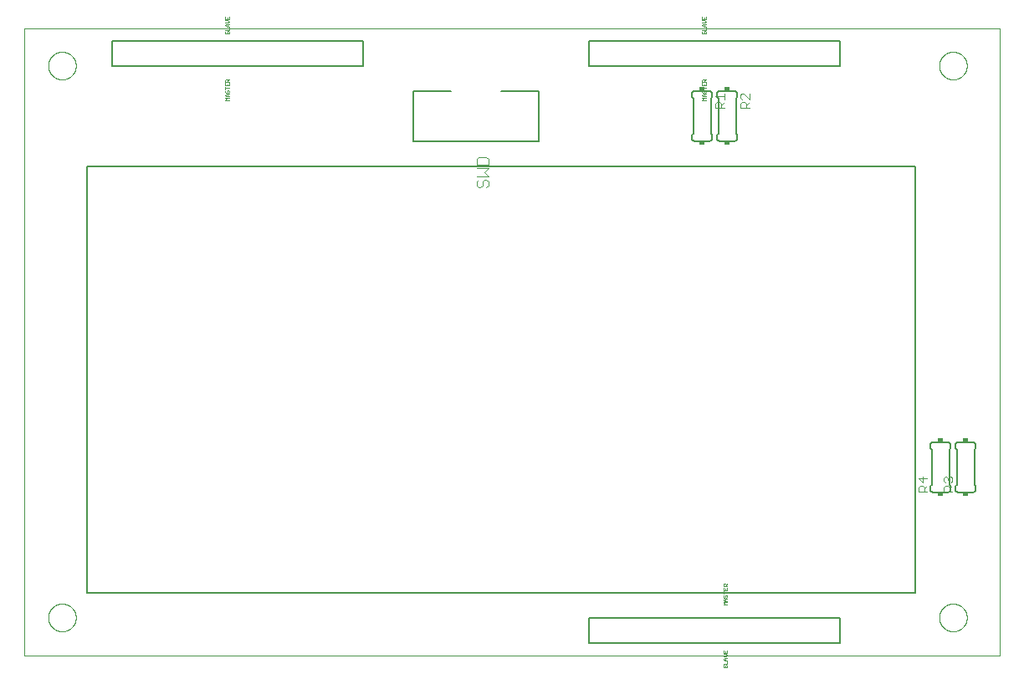
<source format=gto>
G75*
%MOIN*%
%OFA0B0*%
%FSLAX25Y25*%
%IPPOS*%
%LPD*%
%AMOC8*
5,1,8,0,0,1.08239X$1,22.5*
%
%ADD10C,0.00000*%
%ADD11C,0.00500*%
%ADD12C,0.00100*%
%ADD13C,0.00400*%
%ADD14C,0.00600*%
%ADD15R,0.02000X0.01500*%
D10*
X0001000Y0008000D02*
X0001000Y0257961D01*
X0389701Y0257961D01*
X0389701Y0008000D01*
X0001000Y0008000D01*
X0010488Y0023000D02*
X0010490Y0023148D01*
X0010496Y0023296D01*
X0010506Y0023444D01*
X0010520Y0023591D01*
X0010538Y0023738D01*
X0010559Y0023884D01*
X0010585Y0024030D01*
X0010615Y0024175D01*
X0010648Y0024319D01*
X0010686Y0024462D01*
X0010727Y0024604D01*
X0010772Y0024745D01*
X0010820Y0024885D01*
X0010873Y0025024D01*
X0010929Y0025161D01*
X0010989Y0025296D01*
X0011052Y0025430D01*
X0011119Y0025562D01*
X0011190Y0025692D01*
X0011264Y0025820D01*
X0011341Y0025946D01*
X0011422Y0026070D01*
X0011506Y0026192D01*
X0011593Y0026311D01*
X0011684Y0026428D01*
X0011778Y0026543D01*
X0011874Y0026655D01*
X0011974Y0026765D01*
X0012076Y0026871D01*
X0012182Y0026975D01*
X0012290Y0027076D01*
X0012401Y0027174D01*
X0012514Y0027270D01*
X0012630Y0027362D01*
X0012748Y0027451D01*
X0012869Y0027536D01*
X0012992Y0027619D01*
X0013117Y0027698D01*
X0013244Y0027774D01*
X0013373Y0027846D01*
X0013504Y0027915D01*
X0013637Y0027980D01*
X0013772Y0028041D01*
X0013908Y0028099D01*
X0014045Y0028154D01*
X0014184Y0028204D01*
X0014325Y0028251D01*
X0014466Y0028294D01*
X0014609Y0028334D01*
X0014753Y0028369D01*
X0014897Y0028401D01*
X0015043Y0028428D01*
X0015189Y0028452D01*
X0015336Y0028472D01*
X0015483Y0028488D01*
X0015630Y0028500D01*
X0015778Y0028508D01*
X0015926Y0028512D01*
X0016074Y0028512D01*
X0016222Y0028508D01*
X0016370Y0028500D01*
X0016517Y0028488D01*
X0016664Y0028472D01*
X0016811Y0028452D01*
X0016957Y0028428D01*
X0017103Y0028401D01*
X0017247Y0028369D01*
X0017391Y0028334D01*
X0017534Y0028294D01*
X0017675Y0028251D01*
X0017816Y0028204D01*
X0017955Y0028154D01*
X0018092Y0028099D01*
X0018228Y0028041D01*
X0018363Y0027980D01*
X0018496Y0027915D01*
X0018627Y0027846D01*
X0018756Y0027774D01*
X0018883Y0027698D01*
X0019008Y0027619D01*
X0019131Y0027536D01*
X0019252Y0027451D01*
X0019370Y0027362D01*
X0019486Y0027270D01*
X0019599Y0027174D01*
X0019710Y0027076D01*
X0019818Y0026975D01*
X0019924Y0026871D01*
X0020026Y0026765D01*
X0020126Y0026655D01*
X0020222Y0026543D01*
X0020316Y0026428D01*
X0020407Y0026311D01*
X0020494Y0026192D01*
X0020578Y0026070D01*
X0020659Y0025946D01*
X0020736Y0025820D01*
X0020810Y0025692D01*
X0020881Y0025562D01*
X0020948Y0025430D01*
X0021011Y0025296D01*
X0021071Y0025161D01*
X0021127Y0025024D01*
X0021180Y0024885D01*
X0021228Y0024745D01*
X0021273Y0024604D01*
X0021314Y0024462D01*
X0021352Y0024319D01*
X0021385Y0024175D01*
X0021415Y0024030D01*
X0021441Y0023884D01*
X0021462Y0023738D01*
X0021480Y0023591D01*
X0021494Y0023444D01*
X0021504Y0023296D01*
X0021510Y0023148D01*
X0021512Y0023000D01*
X0021510Y0022852D01*
X0021504Y0022704D01*
X0021494Y0022556D01*
X0021480Y0022409D01*
X0021462Y0022262D01*
X0021441Y0022116D01*
X0021415Y0021970D01*
X0021385Y0021825D01*
X0021352Y0021681D01*
X0021314Y0021538D01*
X0021273Y0021396D01*
X0021228Y0021255D01*
X0021180Y0021115D01*
X0021127Y0020976D01*
X0021071Y0020839D01*
X0021011Y0020704D01*
X0020948Y0020570D01*
X0020881Y0020438D01*
X0020810Y0020308D01*
X0020736Y0020180D01*
X0020659Y0020054D01*
X0020578Y0019930D01*
X0020494Y0019808D01*
X0020407Y0019689D01*
X0020316Y0019572D01*
X0020222Y0019457D01*
X0020126Y0019345D01*
X0020026Y0019235D01*
X0019924Y0019129D01*
X0019818Y0019025D01*
X0019710Y0018924D01*
X0019599Y0018826D01*
X0019486Y0018730D01*
X0019370Y0018638D01*
X0019252Y0018549D01*
X0019131Y0018464D01*
X0019008Y0018381D01*
X0018883Y0018302D01*
X0018756Y0018226D01*
X0018627Y0018154D01*
X0018496Y0018085D01*
X0018363Y0018020D01*
X0018228Y0017959D01*
X0018092Y0017901D01*
X0017955Y0017846D01*
X0017816Y0017796D01*
X0017675Y0017749D01*
X0017534Y0017706D01*
X0017391Y0017666D01*
X0017247Y0017631D01*
X0017103Y0017599D01*
X0016957Y0017572D01*
X0016811Y0017548D01*
X0016664Y0017528D01*
X0016517Y0017512D01*
X0016370Y0017500D01*
X0016222Y0017492D01*
X0016074Y0017488D01*
X0015926Y0017488D01*
X0015778Y0017492D01*
X0015630Y0017500D01*
X0015483Y0017512D01*
X0015336Y0017528D01*
X0015189Y0017548D01*
X0015043Y0017572D01*
X0014897Y0017599D01*
X0014753Y0017631D01*
X0014609Y0017666D01*
X0014466Y0017706D01*
X0014325Y0017749D01*
X0014184Y0017796D01*
X0014045Y0017846D01*
X0013908Y0017901D01*
X0013772Y0017959D01*
X0013637Y0018020D01*
X0013504Y0018085D01*
X0013373Y0018154D01*
X0013244Y0018226D01*
X0013117Y0018302D01*
X0012992Y0018381D01*
X0012869Y0018464D01*
X0012748Y0018549D01*
X0012630Y0018638D01*
X0012514Y0018730D01*
X0012401Y0018826D01*
X0012290Y0018924D01*
X0012182Y0019025D01*
X0012076Y0019129D01*
X0011974Y0019235D01*
X0011874Y0019345D01*
X0011778Y0019457D01*
X0011684Y0019572D01*
X0011593Y0019689D01*
X0011506Y0019808D01*
X0011422Y0019930D01*
X0011341Y0020054D01*
X0011264Y0020180D01*
X0011190Y0020308D01*
X0011119Y0020438D01*
X0011052Y0020570D01*
X0010989Y0020704D01*
X0010929Y0020839D01*
X0010873Y0020976D01*
X0010820Y0021115D01*
X0010772Y0021255D01*
X0010727Y0021396D01*
X0010686Y0021538D01*
X0010648Y0021681D01*
X0010615Y0021825D01*
X0010585Y0021970D01*
X0010559Y0022116D01*
X0010538Y0022262D01*
X0010520Y0022409D01*
X0010506Y0022556D01*
X0010496Y0022704D01*
X0010490Y0022852D01*
X0010488Y0023000D01*
X0010488Y0243000D02*
X0010490Y0243148D01*
X0010496Y0243296D01*
X0010506Y0243444D01*
X0010520Y0243591D01*
X0010538Y0243738D01*
X0010559Y0243884D01*
X0010585Y0244030D01*
X0010615Y0244175D01*
X0010648Y0244319D01*
X0010686Y0244462D01*
X0010727Y0244604D01*
X0010772Y0244745D01*
X0010820Y0244885D01*
X0010873Y0245024D01*
X0010929Y0245161D01*
X0010989Y0245296D01*
X0011052Y0245430D01*
X0011119Y0245562D01*
X0011190Y0245692D01*
X0011264Y0245820D01*
X0011341Y0245946D01*
X0011422Y0246070D01*
X0011506Y0246192D01*
X0011593Y0246311D01*
X0011684Y0246428D01*
X0011778Y0246543D01*
X0011874Y0246655D01*
X0011974Y0246765D01*
X0012076Y0246871D01*
X0012182Y0246975D01*
X0012290Y0247076D01*
X0012401Y0247174D01*
X0012514Y0247270D01*
X0012630Y0247362D01*
X0012748Y0247451D01*
X0012869Y0247536D01*
X0012992Y0247619D01*
X0013117Y0247698D01*
X0013244Y0247774D01*
X0013373Y0247846D01*
X0013504Y0247915D01*
X0013637Y0247980D01*
X0013772Y0248041D01*
X0013908Y0248099D01*
X0014045Y0248154D01*
X0014184Y0248204D01*
X0014325Y0248251D01*
X0014466Y0248294D01*
X0014609Y0248334D01*
X0014753Y0248369D01*
X0014897Y0248401D01*
X0015043Y0248428D01*
X0015189Y0248452D01*
X0015336Y0248472D01*
X0015483Y0248488D01*
X0015630Y0248500D01*
X0015778Y0248508D01*
X0015926Y0248512D01*
X0016074Y0248512D01*
X0016222Y0248508D01*
X0016370Y0248500D01*
X0016517Y0248488D01*
X0016664Y0248472D01*
X0016811Y0248452D01*
X0016957Y0248428D01*
X0017103Y0248401D01*
X0017247Y0248369D01*
X0017391Y0248334D01*
X0017534Y0248294D01*
X0017675Y0248251D01*
X0017816Y0248204D01*
X0017955Y0248154D01*
X0018092Y0248099D01*
X0018228Y0248041D01*
X0018363Y0247980D01*
X0018496Y0247915D01*
X0018627Y0247846D01*
X0018756Y0247774D01*
X0018883Y0247698D01*
X0019008Y0247619D01*
X0019131Y0247536D01*
X0019252Y0247451D01*
X0019370Y0247362D01*
X0019486Y0247270D01*
X0019599Y0247174D01*
X0019710Y0247076D01*
X0019818Y0246975D01*
X0019924Y0246871D01*
X0020026Y0246765D01*
X0020126Y0246655D01*
X0020222Y0246543D01*
X0020316Y0246428D01*
X0020407Y0246311D01*
X0020494Y0246192D01*
X0020578Y0246070D01*
X0020659Y0245946D01*
X0020736Y0245820D01*
X0020810Y0245692D01*
X0020881Y0245562D01*
X0020948Y0245430D01*
X0021011Y0245296D01*
X0021071Y0245161D01*
X0021127Y0245024D01*
X0021180Y0244885D01*
X0021228Y0244745D01*
X0021273Y0244604D01*
X0021314Y0244462D01*
X0021352Y0244319D01*
X0021385Y0244175D01*
X0021415Y0244030D01*
X0021441Y0243884D01*
X0021462Y0243738D01*
X0021480Y0243591D01*
X0021494Y0243444D01*
X0021504Y0243296D01*
X0021510Y0243148D01*
X0021512Y0243000D01*
X0021510Y0242852D01*
X0021504Y0242704D01*
X0021494Y0242556D01*
X0021480Y0242409D01*
X0021462Y0242262D01*
X0021441Y0242116D01*
X0021415Y0241970D01*
X0021385Y0241825D01*
X0021352Y0241681D01*
X0021314Y0241538D01*
X0021273Y0241396D01*
X0021228Y0241255D01*
X0021180Y0241115D01*
X0021127Y0240976D01*
X0021071Y0240839D01*
X0021011Y0240704D01*
X0020948Y0240570D01*
X0020881Y0240438D01*
X0020810Y0240308D01*
X0020736Y0240180D01*
X0020659Y0240054D01*
X0020578Y0239930D01*
X0020494Y0239808D01*
X0020407Y0239689D01*
X0020316Y0239572D01*
X0020222Y0239457D01*
X0020126Y0239345D01*
X0020026Y0239235D01*
X0019924Y0239129D01*
X0019818Y0239025D01*
X0019710Y0238924D01*
X0019599Y0238826D01*
X0019486Y0238730D01*
X0019370Y0238638D01*
X0019252Y0238549D01*
X0019131Y0238464D01*
X0019008Y0238381D01*
X0018883Y0238302D01*
X0018756Y0238226D01*
X0018627Y0238154D01*
X0018496Y0238085D01*
X0018363Y0238020D01*
X0018228Y0237959D01*
X0018092Y0237901D01*
X0017955Y0237846D01*
X0017816Y0237796D01*
X0017675Y0237749D01*
X0017534Y0237706D01*
X0017391Y0237666D01*
X0017247Y0237631D01*
X0017103Y0237599D01*
X0016957Y0237572D01*
X0016811Y0237548D01*
X0016664Y0237528D01*
X0016517Y0237512D01*
X0016370Y0237500D01*
X0016222Y0237492D01*
X0016074Y0237488D01*
X0015926Y0237488D01*
X0015778Y0237492D01*
X0015630Y0237500D01*
X0015483Y0237512D01*
X0015336Y0237528D01*
X0015189Y0237548D01*
X0015043Y0237572D01*
X0014897Y0237599D01*
X0014753Y0237631D01*
X0014609Y0237666D01*
X0014466Y0237706D01*
X0014325Y0237749D01*
X0014184Y0237796D01*
X0014045Y0237846D01*
X0013908Y0237901D01*
X0013772Y0237959D01*
X0013637Y0238020D01*
X0013504Y0238085D01*
X0013373Y0238154D01*
X0013244Y0238226D01*
X0013117Y0238302D01*
X0012992Y0238381D01*
X0012869Y0238464D01*
X0012748Y0238549D01*
X0012630Y0238638D01*
X0012514Y0238730D01*
X0012401Y0238826D01*
X0012290Y0238924D01*
X0012182Y0239025D01*
X0012076Y0239129D01*
X0011974Y0239235D01*
X0011874Y0239345D01*
X0011778Y0239457D01*
X0011684Y0239572D01*
X0011593Y0239689D01*
X0011506Y0239808D01*
X0011422Y0239930D01*
X0011341Y0240054D01*
X0011264Y0240180D01*
X0011190Y0240308D01*
X0011119Y0240438D01*
X0011052Y0240570D01*
X0010989Y0240704D01*
X0010929Y0240839D01*
X0010873Y0240976D01*
X0010820Y0241115D01*
X0010772Y0241255D01*
X0010727Y0241396D01*
X0010686Y0241538D01*
X0010648Y0241681D01*
X0010615Y0241825D01*
X0010585Y0241970D01*
X0010559Y0242116D01*
X0010538Y0242262D01*
X0010520Y0242409D01*
X0010506Y0242556D01*
X0010496Y0242704D01*
X0010490Y0242852D01*
X0010488Y0243000D01*
X0365488Y0243000D02*
X0365490Y0243148D01*
X0365496Y0243296D01*
X0365506Y0243444D01*
X0365520Y0243591D01*
X0365538Y0243738D01*
X0365559Y0243884D01*
X0365585Y0244030D01*
X0365615Y0244175D01*
X0365648Y0244319D01*
X0365686Y0244462D01*
X0365727Y0244604D01*
X0365772Y0244745D01*
X0365820Y0244885D01*
X0365873Y0245024D01*
X0365929Y0245161D01*
X0365989Y0245296D01*
X0366052Y0245430D01*
X0366119Y0245562D01*
X0366190Y0245692D01*
X0366264Y0245820D01*
X0366341Y0245946D01*
X0366422Y0246070D01*
X0366506Y0246192D01*
X0366593Y0246311D01*
X0366684Y0246428D01*
X0366778Y0246543D01*
X0366874Y0246655D01*
X0366974Y0246765D01*
X0367076Y0246871D01*
X0367182Y0246975D01*
X0367290Y0247076D01*
X0367401Y0247174D01*
X0367514Y0247270D01*
X0367630Y0247362D01*
X0367748Y0247451D01*
X0367869Y0247536D01*
X0367992Y0247619D01*
X0368117Y0247698D01*
X0368244Y0247774D01*
X0368373Y0247846D01*
X0368504Y0247915D01*
X0368637Y0247980D01*
X0368772Y0248041D01*
X0368908Y0248099D01*
X0369045Y0248154D01*
X0369184Y0248204D01*
X0369325Y0248251D01*
X0369466Y0248294D01*
X0369609Y0248334D01*
X0369753Y0248369D01*
X0369897Y0248401D01*
X0370043Y0248428D01*
X0370189Y0248452D01*
X0370336Y0248472D01*
X0370483Y0248488D01*
X0370630Y0248500D01*
X0370778Y0248508D01*
X0370926Y0248512D01*
X0371074Y0248512D01*
X0371222Y0248508D01*
X0371370Y0248500D01*
X0371517Y0248488D01*
X0371664Y0248472D01*
X0371811Y0248452D01*
X0371957Y0248428D01*
X0372103Y0248401D01*
X0372247Y0248369D01*
X0372391Y0248334D01*
X0372534Y0248294D01*
X0372675Y0248251D01*
X0372816Y0248204D01*
X0372955Y0248154D01*
X0373092Y0248099D01*
X0373228Y0248041D01*
X0373363Y0247980D01*
X0373496Y0247915D01*
X0373627Y0247846D01*
X0373756Y0247774D01*
X0373883Y0247698D01*
X0374008Y0247619D01*
X0374131Y0247536D01*
X0374252Y0247451D01*
X0374370Y0247362D01*
X0374486Y0247270D01*
X0374599Y0247174D01*
X0374710Y0247076D01*
X0374818Y0246975D01*
X0374924Y0246871D01*
X0375026Y0246765D01*
X0375126Y0246655D01*
X0375222Y0246543D01*
X0375316Y0246428D01*
X0375407Y0246311D01*
X0375494Y0246192D01*
X0375578Y0246070D01*
X0375659Y0245946D01*
X0375736Y0245820D01*
X0375810Y0245692D01*
X0375881Y0245562D01*
X0375948Y0245430D01*
X0376011Y0245296D01*
X0376071Y0245161D01*
X0376127Y0245024D01*
X0376180Y0244885D01*
X0376228Y0244745D01*
X0376273Y0244604D01*
X0376314Y0244462D01*
X0376352Y0244319D01*
X0376385Y0244175D01*
X0376415Y0244030D01*
X0376441Y0243884D01*
X0376462Y0243738D01*
X0376480Y0243591D01*
X0376494Y0243444D01*
X0376504Y0243296D01*
X0376510Y0243148D01*
X0376512Y0243000D01*
X0376510Y0242852D01*
X0376504Y0242704D01*
X0376494Y0242556D01*
X0376480Y0242409D01*
X0376462Y0242262D01*
X0376441Y0242116D01*
X0376415Y0241970D01*
X0376385Y0241825D01*
X0376352Y0241681D01*
X0376314Y0241538D01*
X0376273Y0241396D01*
X0376228Y0241255D01*
X0376180Y0241115D01*
X0376127Y0240976D01*
X0376071Y0240839D01*
X0376011Y0240704D01*
X0375948Y0240570D01*
X0375881Y0240438D01*
X0375810Y0240308D01*
X0375736Y0240180D01*
X0375659Y0240054D01*
X0375578Y0239930D01*
X0375494Y0239808D01*
X0375407Y0239689D01*
X0375316Y0239572D01*
X0375222Y0239457D01*
X0375126Y0239345D01*
X0375026Y0239235D01*
X0374924Y0239129D01*
X0374818Y0239025D01*
X0374710Y0238924D01*
X0374599Y0238826D01*
X0374486Y0238730D01*
X0374370Y0238638D01*
X0374252Y0238549D01*
X0374131Y0238464D01*
X0374008Y0238381D01*
X0373883Y0238302D01*
X0373756Y0238226D01*
X0373627Y0238154D01*
X0373496Y0238085D01*
X0373363Y0238020D01*
X0373228Y0237959D01*
X0373092Y0237901D01*
X0372955Y0237846D01*
X0372816Y0237796D01*
X0372675Y0237749D01*
X0372534Y0237706D01*
X0372391Y0237666D01*
X0372247Y0237631D01*
X0372103Y0237599D01*
X0371957Y0237572D01*
X0371811Y0237548D01*
X0371664Y0237528D01*
X0371517Y0237512D01*
X0371370Y0237500D01*
X0371222Y0237492D01*
X0371074Y0237488D01*
X0370926Y0237488D01*
X0370778Y0237492D01*
X0370630Y0237500D01*
X0370483Y0237512D01*
X0370336Y0237528D01*
X0370189Y0237548D01*
X0370043Y0237572D01*
X0369897Y0237599D01*
X0369753Y0237631D01*
X0369609Y0237666D01*
X0369466Y0237706D01*
X0369325Y0237749D01*
X0369184Y0237796D01*
X0369045Y0237846D01*
X0368908Y0237901D01*
X0368772Y0237959D01*
X0368637Y0238020D01*
X0368504Y0238085D01*
X0368373Y0238154D01*
X0368244Y0238226D01*
X0368117Y0238302D01*
X0367992Y0238381D01*
X0367869Y0238464D01*
X0367748Y0238549D01*
X0367630Y0238638D01*
X0367514Y0238730D01*
X0367401Y0238826D01*
X0367290Y0238924D01*
X0367182Y0239025D01*
X0367076Y0239129D01*
X0366974Y0239235D01*
X0366874Y0239345D01*
X0366778Y0239457D01*
X0366684Y0239572D01*
X0366593Y0239689D01*
X0366506Y0239808D01*
X0366422Y0239930D01*
X0366341Y0240054D01*
X0366264Y0240180D01*
X0366190Y0240308D01*
X0366119Y0240438D01*
X0366052Y0240570D01*
X0365989Y0240704D01*
X0365929Y0240839D01*
X0365873Y0240976D01*
X0365820Y0241115D01*
X0365772Y0241255D01*
X0365727Y0241396D01*
X0365686Y0241538D01*
X0365648Y0241681D01*
X0365615Y0241825D01*
X0365585Y0241970D01*
X0365559Y0242116D01*
X0365538Y0242262D01*
X0365520Y0242409D01*
X0365506Y0242556D01*
X0365496Y0242704D01*
X0365490Y0242852D01*
X0365488Y0243000D01*
X0365488Y0023000D02*
X0365490Y0023148D01*
X0365496Y0023296D01*
X0365506Y0023444D01*
X0365520Y0023591D01*
X0365538Y0023738D01*
X0365559Y0023884D01*
X0365585Y0024030D01*
X0365615Y0024175D01*
X0365648Y0024319D01*
X0365686Y0024462D01*
X0365727Y0024604D01*
X0365772Y0024745D01*
X0365820Y0024885D01*
X0365873Y0025024D01*
X0365929Y0025161D01*
X0365989Y0025296D01*
X0366052Y0025430D01*
X0366119Y0025562D01*
X0366190Y0025692D01*
X0366264Y0025820D01*
X0366341Y0025946D01*
X0366422Y0026070D01*
X0366506Y0026192D01*
X0366593Y0026311D01*
X0366684Y0026428D01*
X0366778Y0026543D01*
X0366874Y0026655D01*
X0366974Y0026765D01*
X0367076Y0026871D01*
X0367182Y0026975D01*
X0367290Y0027076D01*
X0367401Y0027174D01*
X0367514Y0027270D01*
X0367630Y0027362D01*
X0367748Y0027451D01*
X0367869Y0027536D01*
X0367992Y0027619D01*
X0368117Y0027698D01*
X0368244Y0027774D01*
X0368373Y0027846D01*
X0368504Y0027915D01*
X0368637Y0027980D01*
X0368772Y0028041D01*
X0368908Y0028099D01*
X0369045Y0028154D01*
X0369184Y0028204D01*
X0369325Y0028251D01*
X0369466Y0028294D01*
X0369609Y0028334D01*
X0369753Y0028369D01*
X0369897Y0028401D01*
X0370043Y0028428D01*
X0370189Y0028452D01*
X0370336Y0028472D01*
X0370483Y0028488D01*
X0370630Y0028500D01*
X0370778Y0028508D01*
X0370926Y0028512D01*
X0371074Y0028512D01*
X0371222Y0028508D01*
X0371370Y0028500D01*
X0371517Y0028488D01*
X0371664Y0028472D01*
X0371811Y0028452D01*
X0371957Y0028428D01*
X0372103Y0028401D01*
X0372247Y0028369D01*
X0372391Y0028334D01*
X0372534Y0028294D01*
X0372675Y0028251D01*
X0372816Y0028204D01*
X0372955Y0028154D01*
X0373092Y0028099D01*
X0373228Y0028041D01*
X0373363Y0027980D01*
X0373496Y0027915D01*
X0373627Y0027846D01*
X0373756Y0027774D01*
X0373883Y0027698D01*
X0374008Y0027619D01*
X0374131Y0027536D01*
X0374252Y0027451D01*
X0374370Y0027362D01*
X0374486Y0027270D01*
X0374599Y0027174D01*
X0374710Y0027076D01*
X0374818Y0026975D01*
X0374924Y0026871D01*
X0375026Y0026765D01*
X0375126Y0026655D01*
X0375222Y0026543D01*
X0375316Y0026428D01*
X0375407Y0026311D01*
X0375494Y0026192D01*
X0375578Y0026070D01*
X0375659Y0025946D01*
X0375736Y0025820D01*
X0375810Y0025692D01*
X0375881Y0025562D01*
X0375948Y0025430D01*
X0376011Y0025296D01*
X0376071Y0025161D01*
X0376127Y0025024D01*
X0376180Y0024885D01*
X0376228Y0024745D01*
X0376273Y0024604D01*
X0376314Y0024462D01*
X0376352Y0024319D01*
X0376385Y0024175D01*
X0376415Y0024030D01*
X0376441Y0023884D01*
X0376462Y0023738D01*
X0376480Y0023591D01*
X0376494Y0023444D01*
X0376504Y0023296D01*
X0376510Y0023148D01*
X0376512Y0023000D01*
X0376510Y0022852D01*
X0376504Y0022704D01*
X0376494Y0022556D01*
X0376480Y0022409D01*
X0376462Y0022262D01*
X0376441Y0022116D01*
X0376415Y0021970D01*
X0376385Y0021825D01*
X0376352Y0021681D01*
X0376314Y0021538D01*
X0376273Y0021396D01*
X0376228Y0021255D01*
X0376180Y0021115D01*
X0376127Y0020976D01*
X0376071Y0020839D01*
X0376011Y0020704D01*
X0375948Y0020570D01*
X0375881Y0020438D01*
X0375810Y0020308D01*
X0375736Y0020180D01*
X0375659Y0020054D01*
X0375578Y0019930D01*
X0375494Y0019808D01*
X0375407Y0019689D01*
X0375316Y0019572D01*
X0375222Y0019457D01*
X0375126Y0019345D01*
X0375026Y0019235D01*
X0374924Y0019129D01*
X0374818Y0019025D01*
X0374710Y0018924D01*
X0374599Y0018826D01*
X0374486Y0018730D01*
X0374370Y0018638D01*
X0374252Y0018549D01*
X0374131Y0018464D01*
X0374008Y0018381D01*
X0373883Y0018302D01*
X0373756Y0018226D01*
X0373627Y0018154D01*
X0373496Y0018085D01*
X0373363Y0018020D01*
X0373228Y0017959D01*
X0373092Y0017901D01*
X0372955Y0017846D01*
X0372816Y0017796D01*
X0372675Y0017749D01*
X0372534Y0017706D01*
X0372391Y0017666D01*
X0372247Y0017631D01*
X0372103Y0017599D01*
X0371957Y0017572D01*
X0371811Y0017548D01*
X0371664Y0017528D01*
X0371517Y0017512D01*
X0371370Y0017500D01*
X0371222Y0017492D01*
X0371074Y0017488D01*
X0370926Y0017488D01*
X0370778Y0017492D01*
X0370630Y0017500D01*
X0370483Y0017512D01*
X0370336Y0017528D01*
X0370189Y0017548D01*
X0370043Y0017572D01*
X0369897Y0017599D01*
X0369753Y0017631D01*
X0369609Y0017666D01*
X0369466Y0017706D01*
X0369325Y0017749D01*
X0369184Y0017796D01*
X0369045Y0017846D01*
X0368908Y0017901D01*
X0368772Y0017959D01*
X0368637Y0018020D01*
X0368504Y0018085D01*
X0368373Y0018154D01*
X0368244Y0018226D01*
X0368117Y0018302D01*
X0367992Y0018381D01*
X0367869Y0018464D01*
X0367748Y0018549D01*
X0367630Y0018638D01*
X0367514Y0018730D01*
X0367401Y0018826D01*
X0367290Y0018924D01*
X0367182Y0019025D01*
X0367076Y0019129D01*
X0366974Y0019235D01*
X0366874Y0019345D01*
X0366778Y0019457D01*
X0366684Y0019572D01*
X0366593Y0019689D01*
X0366506Y0019808D01*
X0366422Y0019930D01*
X0366341Y0020054D01*
X0366264Y0020180D01*
X0366190Y0020308D01*
X0366119Y0020438D01*
X0366052Y0020570D01*
X0365989Y0020704D01*
X0365929Y0020839D01*
X0365873Y0020976D01*
X0365820Y0021115D01*
X0365772Y0021255D01*
X0365727Y0021396D01*
X0365686Y0021538D01*
X0365648Y0021681D01*
X0365615Y0021825D01*
X0365585Y0021970D01*
X0365559Y0022116D01*
X0365538Y0022262D01*
X0365520Y0022409D01*
X0365506Y0022556D01*
X0365496Y0022704D01*
X0365490Y0022852D01*
X0365488Y0023000D01*
D11*
X0356000Y0033000D02*
X0026000Y0033000D01*
X0026000Y0203000D01*
X0356000Y0203000D01*
X0356000Y0033000D01*
X0326000Y0023000D02*
X0326000Y0013000D01*
X0226000Y0013000D01*
X0226000Y0023000D01*
X0326000Y0023000D01*
X0206000Y0213000D02*
X0156000Y0213000D01*
X0156000Y0233000D01*
X0171000Y0233000D01*
X0191000Y0233000D02*
X0206000Y0233000D01*
X0206000Y0213000D01*
X0226000Y0243000D02*
X0326000Y0243000D01*
X0326000Y0253000D01*
X0226000Y0253000D01*
X0226000Y0243000D01*
X0136000Y0243000D02*
X0136000Y0253000D01*
X0036000Y0253000D01*
X0036000Y0243000D01*
X0136000Y0243000D01*
D12*
X0082550Y0237578D02*
X0082050Y0237077D01*
X0082050Y0237327D02*
X0082050Y0236577D01*
X0082550Y0236577D02*
X0081049Y0236577D01*
X0081049Y0237327D01*
X0081299Y0237578D01*
X0081799Y0237578D01*
X0082050Y0237327D01*
X0082550Y0236104D02*
X0082550Y0235103D01*
X0081049Y0235103D01*
X0081049Y0236104D01*
X0081799Y0235604D02*
X0081799Y0235103D01*
X0081049Y0234631D02*
X0081049Y0233630D01*
X0081049Y0234131D02*
X0082550Y0234131D01*
X0082300Y0233158D02*
X0082550Y0232908D01*
X0082550Y0232407D01*
X0082300Y0232157D01*
X0082550Y0231685D02*
X0081549Y0231685D01*
X0081049Y0231184D01*
X0081549Y0230684D01*
X0082550Y0230684D01*
X0082550Y0230211D02*
X0081049Y0230211D01*
X0081549Y0229711D01*
X0081049Y0229210D01*
X0082550Y0229210D01*
X0081799Y0230684D02*
X0081799Y0231685D01*
X0081549Y0232157D02*
X0081799Y0232407D01*
X0081799Y0232908D01*
X0082050Y0233158D01*
X0082300Y0233158D01*
X0081299Y0233158D02*
X0081049Y0232908D01*
X0081049Y0232407D01*
X0081299Y0232157D01*
X0081549Y0232157D01*
X0081549Y0255684D02*
X0081799Y0255934D01*
X0081799Y0256434D01*
X0082050Y0256685D01*
X0082300Y0256685D01*
X0082550Y0256434D01*
X0082550Y0255934D01*
X0082300Y0255684D01*
X0081549Y0255684D02*
X0081299Y0255684D01*
X0081049Y0255934D01*
X0081049Y0256434D01*
X0081299Y0256685D01*
X0081049Y0257157D02*
X0082550Y0257157D01*
X0082550Y0258158D01*
X0082550Y0258630D02*
X0081549Y0258630D01*
X0081049Y0259131D01*
X0081549Y0259631D01*
X0082550Y0259631D01*
X0082050Y0260103D02*
X0082550Y0260604D01*
X0082050Y0261104D01*
X0081049Y0261104D01*
X0081049Y0261577D02*
X0082550Y0261577D01*
X0082550Y0262578D01*
X0081799Y0262077D02*
X0081799Y0261577D01*
X0081049Y0261577D02*
X0081049Y0262578D01*
X0081049Y0260103D02*
X0082050Y0260103D01*
X0081799Y0259631D02*
X0081799Y0258630D01*
X0271049Y0259131D02*
X0271549Y0259631D01*
X0272550Y0259631D01*
X0272050Y0260103D02*
X0272550Y0260604D01*
X0272050Y0261104D01*
X0271049Y0261104D01*
X0271049Y0261577D02*
X0272550Y0261577D01*
X0272550Y0262578D01*
X0271799Y0262077D02*
X0271799Y0261577D01*
X0271049Y0261577D02*
X0271049Y0262578D01*
X0271049Y0260103D02*
X0272050Y0260103D01*
X0271799Y0259631D02*
X0271799Y0258630D01*
X0271549Y0258630D02*
X0271049Y0259131D01*
X0271549Y0258630D02*
X0272550Y0258630D01*
X0272550Y0258158D02*
X0272550Y0257157D01*
X0271049Y0257157D01*
X0271299Y0256685D02*
X0271049Y0256434D01*
X0271049Y0255934D01*
X0271299Y0255684D01*
X0271549Y0255684D01*
X0271799Y0255934D01*
X0271799Y0256434D01*
X0272050Y0256685D01*
X0272300Y0256685D01*
X0272550Y0256434D01*
X0272550Y0255934D01*
X0272300Y0255684D01*
X0272550Y0237578D02*
X0272050Y0237077D01*
X0272050Y0237327D02*
X0272050Y0236577D01*
X0272550Y0236577D02*
X0271049Y0236577D01*
X0271049Y0237327D01*
X0271299Y0237578D01*
X0271799Y0237578D01*
X0272050Y0237327D01*
X0272550Y0236104D02*
X0272550Y0235103D01*
X0271049Y0235103D01*
X0271049Y0236104D01*
X0271799Y0235604D02*
X0271799Y0235103D01*
X0271049Y0234631D02*
X0271049Y0233630D01*
X0271049Y0234131D02*
X0272550Y0234131D01*
X0272300Y0233158D02*
X0272550Y0232908D01*
X0272550Y0232407D01*
X0272300Y0232157D01*
X0272550Y0231685D02*
X0271549Y0231685D01*
X0271049Y0231184D01*
X0271549Y0230684D01*
X0272550Y0230684D01*
X0272550Y0230211D02*
X0271049Y0230211D01*
X0271549Y0229711D01*
X0271049Y0229210D01*
X0272550Y0229210D01*
X0271799Y0230684D02*
X0271799Y0231685D01*
X0271549Y0232157D02*
X0271799Y0232407D01*
X0271799Y0232908D01*
X0272050Y0233158D01*
X0272300Y0233158D01*
X0271299Y0233158D02*
X0271049Y0232908D01*
X0271049Y0232407D01*
X0271299Y0232157D01*
X0271549Y0232157D01*
X0279699Y0036417D02*
X0280199Y0036417D01*
X0280450Y0036167D01*
X0280450Y0035416D01*
X0280950Y0035416D02*
X0279449Y0035416D01*
X0279449Y0036167D01*
X0279699Y0036417D01*
X0280450Y0035917D02*
X0280950Y0036417D01*
X0280950Y0034944D02*
X0280950Y0033943D01*
X0279449Y0033943D01*
X0279449Y0034944D01*
X0280199Y0034443D02*
X0280199Y0033943D01*
X0279449Y0033471D02*
X0279449Y0032470D01*
X0279449Y0032970D02*
X0280950Y0032970D01*
X0280700Y0031997D02*
X0280950Y0031747D01*
X0280950Y0031247D01*
X0280700Y0030997D01*
X0280950Y0030524D02*
X0279949Y0030524D01*
X0279449Y0030024D01*
X0279949Y0029523D01*
X0280950Y0029523D01*
X0280950Y0029051D02*
X0279449Y0029051D01*
X0279949Y0028550D01*
X0279449Y0028050D01*
X0280950Y0028050D01*
X0280199Y0029523D02*
X0280199Y0030524D01*
X0279949Y0030997D02*
X0280199Y0031247D01*
X0280199Y0031747D01*
X0280450Y0031997D01*
X0280700Y0031997D01*
X0279699Y0031997D02*
X0279449Y0031747D01*
X0279449Y0031247D01*
X0279699Y0030997D01*
X0279949Y0030997D01*
X0279449Y0009944D02*
X0279449Y0008943D01*
X0280950Y0008943D01*
X0280950Y0009944D01*
X0280199Y0009443D02*
X0280199Y0008943D01*
X0280450Y0008471D02*
X0279449Y0008471D01*
X0280450Y0008471D02*
X0280950Y0007970D01*
X0280450Y0007470D01*
X0279449Y0007470D01*
X0279949Y0006997D02*
X0280950Y0006997D01*
X0280199Y0006997D02*
X0280199Y0005997D01*
X0279949Y0005997D02*
X0279449Y0006497D01*
X0279949Y0006997D01*
X0279949Y0005997D02*
X0280950Y0005997D01*
X0280950Y0005524D02*
X0280950Y0004523D01*
X0279449Y0004523D01*
X0279699Y0004051D02*
X0279449Y0003801D01*
X0279449Y0003300D01*
X0279699Y0003050D01*
X0279949Y0003050D01*
X0280199Y0003300D01*
X0280199Y0003801D01*
X0280450Y0004051D01*
X0280700Y0004051D01*
X0280950Y0003801D01*
X0280950Y0003300D01*
X0280700Y0003050D01*
D13*
X0357197Y0073200D02*
X0357197Y0074951D01*
X0357781Y0075535D01*
X0358949Y0075535D01*
X0359532Y0074951D01*
X0359532Y0073200D01*
X0359532Y0074368D02*
X0360700Y0075535D01*
X0358949Y0076791D02*
X0358949Y0079126D01*
X0360700Y0078543D02*
X0357197Y0078543D01*
X0358949Y0076791D01*
X0360700Y0073200D02*
X0357197Y0073200D01*
X0367197Y0073200D02*
X0367197Y0074951D01*
X0367781Y0075535D01*
X0368949Y0075535D01*
X0369532Y0074951D01*
X0369532Y0073200D01*
X0369532Y0074368D02*
X0370700Y0075535D01*
X0370116Y0076791D02*
X0370700Y0077375D01*
X0370700Y0078543D01*
X0370116Y0079126D01*
X0369532Y0079126D01*
X0368949Y0078543D01*
X0368949Y0077959D01*
X0368949Y0078543D02*
X0368365Y0079126D01*
X0367781Y0079126D01*
X0367197Y0078543D01*
X0367197Y0077375D01*
X0367781Y0076791D01*
X0367197Y0073200D02*
X0370700Y0073200D01*
X0185800Y0195156D02*
X0185033Y0194388D01*
X0185800Y0195156D02*
X0185800Y0196690D01*
X0185033Y0197457D01*
X0184265Y0197457D01*
X0183498Y0196690D01*
X0183498Y0195156D01*
X0182731Y0194388D01*
X0181963Y0194388D01*
X0181196Y0195156D01*
X0181196Y0196690D01*
X0181963Y0197457D01*
X0181196Y0198992D02*
X0185800Y0198992D01*
X0184265Y0200527D01*
X0185800Y0202061D01*
X0181196Y0202061D01*
X0181196Y0203596D02*
X0181196Y0205898D01*
X0181963Y0206665D01*
X0185033Y0206665D01*
X0185800Y0205898D01*
X0185800Y0203596D01*
X0181196Y0203596D01*
X0276297Y0226018D02*
X0276297Y0227769D01*
X0276881Y0228353D01*
X0278049Y0228353D01*
X0278632Y0227769D01*
X0278632Y0226018D01*
X0278632Y0227186D02*
X0279800Y0228353D01*
X0279800Y0229609D02*
X0279800Y0231944D01*
X0279800Y0230777D02*
X0276297Y0230777D01*
X0277465Y0229609D01*
X0276297Y0226018D02*
X0279800Y0226018D01*
X0286297Y0226018D02*
X0286297Y0227769D01*
X0286881Y0228353D01*
X0288049Y0228353D01*
X0288632Y0227769D01*
X0288632Y0226018D01*
X0288632Y0227186D02*
X0289800Y0228353D01*
X0289800Y0229609D02*
X0287465Y0231944D01*
X0286881Y0231944D01*
X0286297Y0231360D01*
X0286297Y0230193D01*
X0286881Y0229609D01*
X0289800Y0229609D02*
X0289800Y0231944D01*
X0289800Y0226018D02*
X0286297Y0226018D01*
D14*
X0284500Y0230000D02*
X0284500Y0216000D01*
X0285000Y0215500D01*
X0285000Y0214000D01*
X0284998Y0213940D01*
X0284993Y0213879D01*
X0284984Y0213820D01*
X0284971Y0213761D01*
X0284955Y0213702D01*
X0284935Y0213645D01*
X0284912Y0213590D01*
X0284885Y0213535D01*
X0284856Y0213483D01*
X0284823Y0213432D01*
X0284787Y0213383D01*
X0284749Y0213337D01*
X0284707Y0213293D01*
X0284663Y0213251D01*
X0284617Y0213213D01*
X0284568Y0213177D01*
X0284517Y0213144D01*
X0284465Y0213115D01*
X0284410Y0213088D01*
X0284355Y0213065D01*
X0284298Y0213045D01*
X0284239Y0213029D01*
X0284180Y0213016D01*
X0284121Y0213007D01*
X0284060Y0213002D01*
X0284000Y0213000D01*
X0278000Y0213000D01*
X0277940Y0213002D01*
X0277879Y0213007D01*
X0277820Y0213016D01*
X0277761Y0213029D01*
X0277702Y0213045D01*
X0277645Y0213065D01*
X0277590Y0213088D01*
X0277535Y0213115D01*
X0277483Y0213144D01*
X0277432Y0213177D01*
X0277383Y0213213D01*
X0277337Y0213251D01*
X0277293Y0213293D01*
X0277251Y0213337D01*
X0277213Y0213383D01*
X0277177Y0213432D01*
X0277144Y0213483D01*
X0277115Y0213535D01*
X0277088Y0213590D01*
X0277065Y0213645D01*
X0277045Y0213702D01*
X0277029Y0213761D01*
X0277016Y0213820D01*
X0277007Y0213879D01*
X0277002Y0213940D01*
X0277000Y0214000D01*
X0277000Y0215500D01*
X0277500Y0216000D01*
X0277500Y0230000D01*
X0277000Y0230500D01*
X0277000Y0232000D01*
X0277002Y0232060D01*
X0277007Y0232121D01*
X0277016Y0232180D01*
X0277029Y0232239D01*
X0277045Y0232298D01*
X0277065Y0232355D01*
X0277088Y0232410D01*
X0277115Y0232465D01*
X0277144Y0232517D01*
X0277177Y0232568D01*
X0277213Y0232617D01*
X0277251Y0232663D01*
X0277293Y0232707D01*
X0277337Y0232749D01*
X0277383Y0232787D01*
X0277432Y0232823D01*
X0277483Y0232856D01*
X0277535Y0232885D01*
X0277590Y0232912D01*
X0277645Y0232935D01*
X0277702Y0232955D01*
X0277761Y0232971D01*
X0277820Y0232984D01*
X0277879Y0232993D01*
X0277940Y0232998D01*
X0278000Y0233000D01*
X0284000Y0233000D01*
X0284060Y0232998D01*
X0284121Y0232993D01*
X0284180Y0232984D01*
X0284239Y0232971D01*
X0284298Y0232955D01*
X0284355Y0232935D01*
X0284410Y0232912D01*
X0284465Y0232885D01*
X0284517Y0232856D01*
X0284568Y0232823D01*
X0284617Y0232787D01*
X0284663Y0232749D01*
X0284707Y0232707D01*
X0284749Y0232663D01*
X0284787Y0232617D01*
X0284823Y0232568D01*
X0284856Y0232517D01*
X0284885Y0232465D01*
X0284912Y0232410D01*
X0284935Y0232355D01*
X0284955Y0232298D01*
X0284971Y0232239D01*
X0284984Y0232180D01*
X0284993Y0232121D01*
X0284998Y0232060D01*
X0285000Y0232000D01*
X0285000Y0230500D01*
X0284500Y0230000D01*
X0275000Y0230500D02*
X0274500Y0230000D01*
X0274500Y0216000D01*
X0275000Y0215500D01*
X0275000Y0214000D01*
X0274998Y0213940D01*
X0274993Y0213879D01*
X0274984Y0213820D01*
X0274971Y0213761D01*
X0274955Y0213702D01*
X0274935Y0213645D01*
X0274912Y0213590D01*
X0274885Y0213535D01*
X0274856Y0213483D01*
X0274823Y0213432D01*
X0274787Y0213383D01*
X0274749Y0213337D01*
X0274707Y0213293D01*
X0274663Y0213251D01*
X0274617Y0213213D01*
X0274568Y0213177D01*
X0274517Y0213144D01*
X0274465Y0213115D01*
X0274410Y0213088D01*
X0274355Y0213065D01*
X0274298Y0213045D01*
X0274239Y0213029D01*
X0274180Y0213016D01*
X0274121Y0213007D01*
X0274060Y0213002D01*
X0274000Y0213000D01*
X0268000Y0213000D01*
X0267940Y0213002D01*
X0267879Y0213007D01*
X0267820Y0213016D01*
X0267761Y0213029D01*
X0267702Y0213045D01*
X0267645Y0213065D01*
X0267590Y0213088D01*
X0267535Y0213115D01*
X0267483Y0213144D01*
X0267432Y0213177D01*
X0267383Y0213213D01*
X0267337Y0213251D01*
X0267293Y0213293D01*
X0267251Y0213337D01*
X0267213Y0213383D01*
X0267177Y0213432D01*
X0267144Y0213483D01*
X0267115Y0213535D01*
X0267088Y0213590D01*
X0267065Y0213645D01*
X0267045Y0213702D01*
X0267029Y0213761D01*
X0267016Y0213820D01*
X0267007Y0213879D01*
X0267002Y0213940D01*
X0267000Y0214000D01*
X0267000Y0215500D01*
X0267500Y0216000D01*
X0267500Y0230000D01*
X0267000Y0230500D01*
X0267000Y0232000D01*
X0267002Y0232060D01*
X0267007Y0232121D01*
X0267016Y0232180D01*
X0267029Y0232239D01*
X0267045Y0232298D01*
X0267065Y0232355D01*
X0267088Y0232410D01*
X0267115Y0232465D01*
X0267144Y0232517D01*
X0267177Y0232568D01*
X0267213Y0232617D01*
X0267251Y0232663D01*
X0267293Y0232707D01*
X0267337Y0232749D01*
X0267383Y0232787D01*
X0267432Y0232823D01*
X0267483Y0232856D01*
X0267535Y0232885D01*
X0267590Y0232912D01*
X0267645Y0232935D01*
X0267702Y0232955D01*
X0267761Y0232971D01*
X0267820Y0232984D01*
X0267879Y0232993D01*
X0267940Y0232998D01*
X0268000Y0233000D01*
X0274000Y0233000D01*
X0274060Y0232998D01*
X0274121Y0232993D01*
X0274180Y0232984D01*
X0274239Y0232971D01*
X0274298Y0232955D01*
X0274355Y0232935D01*
X0274410Y0232912D01*
X0274465Y0232885D01*
X0274517Y0232856D01*
X0274568Y0232823D01*
X0274617Y0232787D01*
X0274663Y0232749D01*
X0274707Y0232707D01*
X0274749Y0232663D01*
X0274787Y0232617D01*
X0274823Y0232568D01*
X0274856Y0232517D01*
X0274885Y0232465D01*
X0274912Y0232410D01*
X0274935Y0232355D01*
X0274955Y0232298D01*
X0274971Y0232239D01*
X0274984Y0232180D01*
X0274993Y0232121D01*
X0274998Y0232060D01*
X0275000Y0232000D01*
X0275000Y0230500D01*
X0363000Y0093000D02*
X0369000Y0093000D01*
X0369060Y0092998D01*
X0369121Y0092993D01*
X0369180Y0092984D01*
X0369239Y0092971D01*
X0369298Y0092955D01*
X0369355Y0092935D01*
X0369410Y0092912D01*
X0369465Y0092885D01*
X0369517Y0092856D01*
X0369568Y0092823D01*
X0369617Y0092787D01*
X0369663Y0092749D01*
X0369707Y0092707D01*
X0369749Y0092663D01*
X0369787Y0092617D01*
X0369823Y0092568D01*
X0369856Y0092517D01*
X0369885Y0092465D01*
X0369912Y0092410D01*
X0369935Y0092355D01*
X0369955Y0092298D01*
X0369971Y0092239D01*
X0369984Y0092180D01*
X0369993Y0092121D01*
X0369998Y0092060D01*
X0370000Y0092000D01*
X0370000Y0090500D01*
X0369500Y0090000D01*
X0369500Y0076000D01*
X0370000Y0075500D01*
X0370000Y0074000D01*
X0369998Y0073940D01*
X0369993Y0073879D01*
X0369984Y0073820D01*
X0369971Y0073761D01*
X0369955Y0073702D01*
X0369935Y0073645D01*
X0369912Y0073590D01*
X0369885Y0073535D01*
X0369856Y0073483D01*
X0369823Y0073432D01*
X0369787Y0073383D01*
X0369749Y0073337D01*
X0369707Y0073293D01*
X0369663Y0073251D01*
X0369617Y0073213D01*
X0369568Y0073177D01*
X0369517Y0073144D01*
X0369465Y0073115D01*
X0369410Y0073088D01*
X0369355Y0073065D01*
X0369298Y0073045D01*
X0369239Y0073029D01*
X0369180Y0073016D01*
X0369121Y0073007D01*
X0369060Y0073002D01*
X0369000Y0073000D01*
X0363000Y0073000D01*
X0362940Y0073002D01*
X0362879Y0073007D01*
X0362820Y0073016D01*
X0362761Y0073029D01*
X0362702Y0073045D01*
X0362645Y0073065D01*
X0362590Y0073088D01*
X0362535Y0073115D01*
X0362483Y0073144D01*
X0362432Y0073177D01*
X0362383Y0073213D01*
X0362337Y0073251D01*
X0362293Y0073293D01*
X0362251Y0073337D01*
X0362213Y0073383D01*
X0362177Y0073432D01*
X0362144Y0073483D01*
X0362115Y0073535D01*
X0362088Y0073590D01*
X0362065Y0073645D01*
X0362045Y0073702D01*
X0362029Y0073761D01*
X0362016Y0073820D01*
X0362007Y0073879D01*
X0362002Y0073940D01*
X0362000Y0074000D01*
X0362000Y0075500D01*
X0362500Y0076000D01*
X0362500Y0090000D01*
X0362000Y0090500D01*
X0362000Y0092000D01*
X0362002Y0092060D01*
X0362007Y0092121D01*
X0362016Y0092180D01*
X0362029Y0092239D01*
X0362045Y0092298D01*
X0362065Y0092355D01*
X0362088Y0092410D01*
X0362115Y0092465D01*
X0362144Y0092517D01*
X0362177Y0092568D01*
X0362213Y0092617D01*
X0362251Y0092663D01*
X0362293Y0092707D01*
X0362337Y0092749D01*
X0362383Y0092787D01*
X0362432Y0092823D01*
X0362483Y0092856D01*
X0362535Y0092885D01*
X0362590Y0092912D01*
X0362645Y0092935D01*
X0362702Y0092955D01*
X0362761Y0092971D01*
X0362820Y0092984D01*
X0362879Y0092993D01*
X0362940Y0092998D01*
X0363000Y0093000D01*
X0372000Y0092000D02*
X0372000Y0090500D01*
X0372500Y0090000D01*
X0372500Y0076000D01*
X0372000Y0075500D01*
X0372000Y0074000D01*
X0372002Y0073940D01*
X0372007Y0073879D01*
X0372016Y0073820D01*
X0372029Y0073761D01*
X0372045Y0073702D01*
X0372065Y0073645D01*
X0372088Y0073590D01*
X0372115Y0073535D01*
X0372144Y0073483D01*
X0372177Y0073432D01*
X0372213Y0073383D01*
X0372251Y0073337D01*
X0372293Y0073293D01*
X0372337Y0073251D01*
X0372383Y0073213D01*
X0372432Y0073177D01*
X0372483Y0073144D01*
X0372535Y0073115D01*
X0372590Y0073088D01*
X0372645Y0073065D01*
X0372702Y0073045D01*
X0372761Y0073029D01*
X0372820Y0073016D01*
X0372879Y0073007D01*
X0372940Y0073002D01*
X0373000Y0073000D01*
X0379000Y0073000D01*
X0379060Y0073002D01*
X0379121Y0073007D01*
X0379180Y0073016D01*
X0379239Y0073029D01*
X0379298Y0073045D01*
X0379355Y0073065D01*
X0379410Y0073088D01*
X0379465Y0073115D01*
X0379517Y0073144D01*
X0379568Y0073177D01*
X0379617Y0073213D01*
X0379663Y0073251D01*
X0379707Y0073293D01*
X0379749Y0073337D01*
X0379787Y0073383D01*
X0379823Y0073432D01*
X0379856Y0073483D01*
X0379885Y0073535D01*
X0379912Y0073590D01*
X0379935Y0073645D01*
X0379955Y0073702D01*
X0379971Y0073761D01*
X0379984Y0073820D01*
X0379993Y0073879D01*
X0379998Y0073940D01*
X0380000Y0074000D01*
X0380000Y0075500D01*
X0379500Y0076000D01*
X0379500Y0090000D01*
X0380000Y0090500D01*
X0380000Y0092000D01*
X0379998Y0092060D01*
X0379993Y0092121D01*
X0379984Y0092180D01*
X0379971Y0092239D01*
X0379955Y0092298D01*
X0379935Y0092355D01*
X0379912Y0092410D01*
X0379885Y0092465D01*
X0379856Y0092517D01*
X0379823Y0092568D01*
X0379787Y0092617D01*
X0379749Y0092663D01*
X0379707Y0092707D01*
X0379663Y0092749D01*
X0379617Y0092787D01*
X0379568Y0092823D01*
X0379517Y0092856D01*
X0379465Y0092885D01*
X0379410Y0092912D01*
X0379355Y0092935D01*
X0379298Y0092955D01*
X0379239Y0092971D01*
X0379180Y0092984D01*
X0379121Y0092993D01*
X0379060Y0092998D01*
X0379000Y0093000D01*
X0373000Y0093000D01*
X0372940Y0092998D01*
X0372879Y0092993D01*
X0372820Y0092984D01*
X0372761Y0092971D01*
X0372702Y0092955D01*
X0372645Y0092935D01*
X0372590Y0092912D01*
X0372535Y0092885D01*
X0372483Y0092856D01*
X0372432Y0092823D01*
X0372383Y0092787D01*
X0372337Y0092749D01*
X0372293Y0092707D01*
X0372251Y0092663D01*
X0372213Y0092617D01*
X0372177Y0092568D01*
X0372144Y0092517D01*
X0372115Y0092465D01*
X0372088Y0092410D01*
X0372065Y0092355D01*
X0372045Y0092298D01*
X0372029Y0092239D01*
X0372016Y0092180D01*
X0372007Y0092121D01*
X0372002Y0092060D01*
X0372000Y0092000D01*
D15*
X0376000Y0093750D03*
X0366000Y0093750D03*
X0366000Y0072250D03*
X0376000Y0072250D03*
X0281000Y0212250D03*
X0271000Y0212250D03*
X0271000Y0233750D03*
X0281000Y0233750D03*
M02*

</source>
